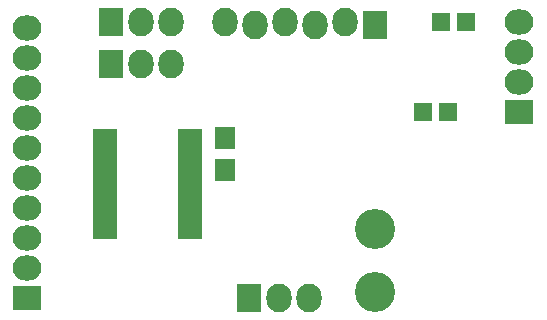
<source format=gts>
G04 #@! TF.FileFunction,Soldermask,Top*
%FSLAX46Y46*%
G04 Gerber Fmt 4.6, Leading zero omitted, Abs format (unit mm)*
G04 Created by KiCad (PCBNEW 4.0.1-3.201512221402+6198~38~ubuntu14.04.1-stable) date Sun 24 Jan 2016 12:58:10 PM PST*
%MOMM*%
G01*
G04 APERTURE LIST*
%ADD10C,0.100000*%
%ADD11R,1.598880X1.598880*%
%ADD12R,2.150000X0.850000*%
%ADD13R,2.127200X2.432000*%
%ADD14O,2.127200X2.432000*%
%ADD15R,2.432000X2.127200*%
%ADD16O,2.432000X2.127200*%
%ADD17R,1.700000X1.900000*%
%ADD18C,3.400000*%
G04 APERTURE END LIST*
D10*
D11*
X163609020Y-104140000D03*
X161510980Y-104140000D03*
X165133020Y-96520000D03*
X163034980Y-96520000D03*
D12*
X134576000Y-106011000D03*
X134576000Y-106661000D03*
X134576000Y-107311000D03*
X134576000Y-107961000D03*
X134576000Y-108611000D03*
X134576000Y-109261000D03*
X134576000Y-109911000D03*
X134576000Y-110561000D03*
X134576000Y-111211000D03*
X134576000Y-111861000D03*
X134576000Y-112511000D03*
X134576000Y-113161000D03*
X134576000Y-113811000D03*
X134576000Y-114461000D03*
X141776000Y-114461000D03*
X141776000Y-113811000D03*
X141776000Y-113161000D03*
X141776000Y-112511000D03*
X141776000Y-111861000D03*
X141776000Y-111211000D03*
X141776000Y-110561000D03*
X141776000Y-109911000D03*
X141776000Y-109261000D03*
X141776000Y-108611000D03*
X141776000Y-107961000D03*
X141776000Y-107311000D03*
X141776000Y-106661000D03*
X141776000Y-106011000D03*
D13*
X157480000Y-96774000D03*
D14*
X154940000Y-96520000D03*
X152400000Y-96774000D03*
X149860000Y-96520000D03*
X147320000Y-96774000D03*
X144780000Y-96520000D03*
D15*
X169672000Y-104140000D03*
D16*
X169672000Y-101600000D03*
X169672000Y-99060000D03*
X169672000Y-96520000D03*
D15*
X128016000Y-119888000D03*
D16*
X128016000Y-117348000D03*
X128016000Y-114808000D03*
X128016000Y-112268000D03*
X128016000Y-109728000D03*
X128016000Y-107188000D03*
X128016000Y-104648000D03*
X128016000Y-102108000D03*
X128016000Y-99568000D03*
X128016000Y-97028000D03*
D13*
X135128000Y-100076000D03*
D14*
X137668000Y-100076000D03*
X140208000Y-100076000D03*
D13*
X135128000Y-96520000D03*
D14*
X137668000Y-96520000D03*
X140208000Y-96520000D03*
D17*
X144780000Y-106346000D03*
X144780000Y-109046000D03*
D18*
X157480000Y-119380000D03*
X157480000Y-114080000D03*
D13*
X146812000Y-119888000D03*
D14*
X149352000Y-119888000D03*
X151892000Y-119888000D03*
M02*

</source>
